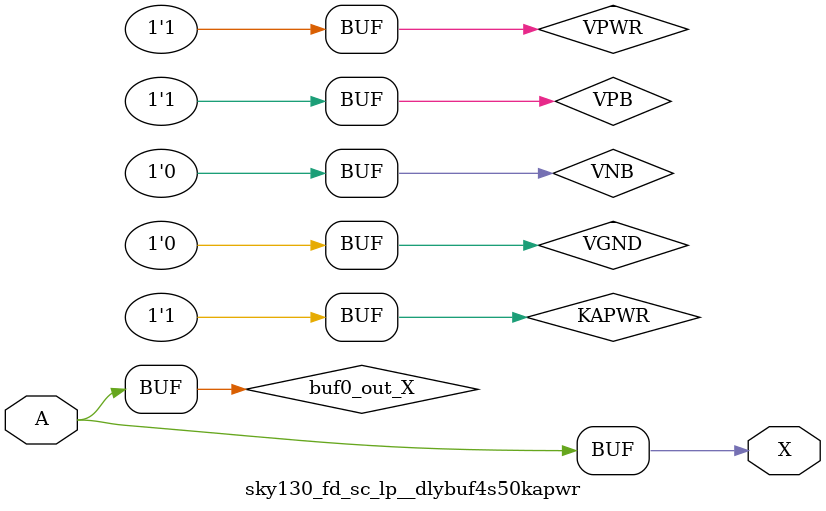
<source format=v>
/*
 * Copyright 2020 The SkyWater PDK Authors
 *
 * Licensed under the Apache License, Version 2.0 (the "License");
 * you may not use this file except in compliance with the License.
 * You may obtain a copy of the License at
 *
 *     https://www.apache.org/licenses/LICENSE-2.0
 *
 * Unless required by applicable law or agreed to in writing, software
 * distributed under the License is distributed on an "AS IS" BASIS,
 * WITHOUT WARRANTIES OR CONDITIONS OF ANY KIND, either express or implied.
 * See the License for the specific language governing permissions and
 * limitations under the License.
 *
 * SPDX-License-Identifier: Apache-2.0
*/


`ifndef SKY130_FD_SC_LP__DLYBUF4S50KAPWR_TIMING_V
`define SKY130_FD_SC_LP__DLYBUF4S50KAPWR_TIMING_V

/**
 * dlybuf4s50kapwr: Delay Buffer 4-stage 0.50um length inner stage
 *                  gates on keep-alive power rail.
 *
 * Verilog simulation timing model.
 */

`timescale 1ns / 1ps
`default_nettype none

`celldefine
module sky130_fd_sc_lp__dlybuf4s50kapwr (
    X,
    A
);

    // Module ports
    output X;
    input  A;

    // Module supplies
    supply1 VPWR ;
    supply0 VGND ;
    supply1 KAPWR;
    supply1 VPB  ;
    supply0 VNB  ;

    // Local signals
    wire buf0_out_X;

    //  Name  Output      Other arguments
    buf buf0 (buf0_out_X, A              );
    buf buf1 (X         , buf0_out_X     );

endmodule
`endcelldefine

`default_nettype wire
`endif  // SKY130_FD_SC_LP__DLYBUF4S50KAPWR_TIMING_V

</source>
